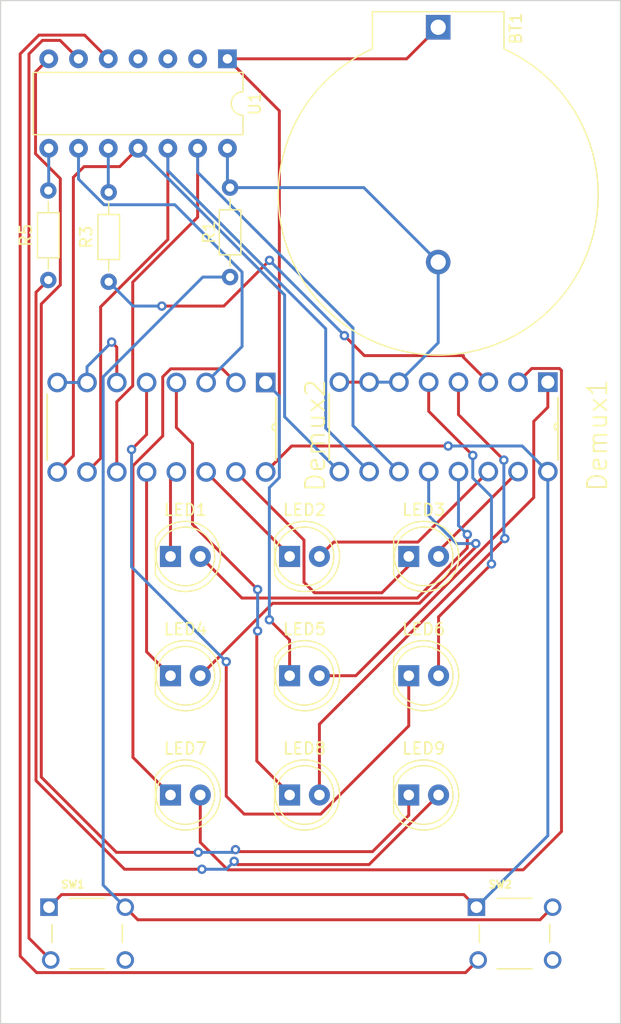
<source format=kicad_pcb>
(kicad_pcb (version 20211014) (generator pcbnew)
  (layers (0 "F.Cu" signal) (31 "B.Cu" signal) (34 "B.Paste" user) (35 "F.Paste" user) (36 "B.SilkS" user "B.Silkscreen") (37 "F.SilkS" user "F.Silkscreen") (38 "B.Mask" user) (39 "F.Mask" user) (44 "Edge.Cuts" user))
  (net 0 "")
  (net 1 "L1_2")
  (net 2 "L1_1")
  (net 3 "L4_2")
  (net 4 "L4_1")
  (net 5 "L7_2")
  (net 6 "L7_1")
  (net 7 "L2_2")
  (net 8 "L2_1")
  (net 9 "L5_2")
  (net 10 "L5_1")
  (net 11 "L8_2")
  (net 12 "L8_1")
  (net 13 "L3_2")
  (net 14 "L3_1")
  (net 15 "L6_2")
  (net 16 "L6_1")
  (net 17 "L9_2")
  (net 18 "Net-(LED9-Pad2)")
  (net 19 "Net-(Demux1-Pad3)")
  (net 20 "Net-(Demux1-Pad6)")
  (net 21 "Net-(Demux1-Pad9)")
  (net 22 "Net-(Demux1-Pad10)")
  (net 23 "Net-(Demux1-Pad11)")
  (net 24 "Net-(Demux1-Pad16)")
  (net 25 "MuxIn1")
  (net 26 "MuxIn2")
  (net 27 "L9_1")
  (net 28 "Btn_1")
  (net 30 "Btn_2")
  (net 35 "Net-(R1-Pad1)")
  (footprint "LED_THT:LED_D5.0mm" (layer "F.Cu") (at 96.67 105.165914)
    (fp_text reference "LED4" (at 1.27 -3.96) (layer "F.SilkS"))
    (fp_text value "LED 4")
    (fp_line (start -1.29 -1.545) (end -1.29 1.545) (layer "F.SilkS") (width 0.12))
    (fp_arc (start 4.26 -0.000462) (mid 2.072002 2.880433) (end -1.29 1.54483) (layer "F.SilkS") (width 0.12))
    (fp_arc (start -1.29 -1.54483) (mid 2.072002 -2.880433) (end 4.26 0.000462) (layer "F.SilkS") (width 0.12))
    (fp_circle (center 1.27 0) (end 3.77 0) (layer "F.SilkS") (width 0.12) (fill none))
    (pad "1" thru_hole rect (at 0 0) (size 1.8 1.8) (drill 0.9) (layers *.Cu *.Mask) (net 3 "L4_2"))
    (pad "2" thru_hole circle (at 2.54 0) (size 1.8 1.8) (drill 0.9) (layers *.Cu *.Mask) (net 4 "L4_1"))
  )
  (footprint "LED_THT:LED_D5.0mm" (layer "F.Cu") (at 96.67 95.005914)
    (fp_text reference "LED1" (at 1.27 -3.96) (layer "F.SilkS"))
    (fp_text value "LED 1")
    (fp_line (start -1.29 -1.545) (end -1.29 1.545) (layer "F.SilkS") (width 0.12))
    (fp_arc (start -1.29 -1.54483) (mid 2.072002 -2.880433) (end 4.26 0.000462) (layer "F.SilkS") (width 0.12))
    (fp_arc (start 4.26 -0.000462) (mid 2.072002 2.880433) (end -1.29 1.54483) (layer "F.SilkS") (width 0.12))
    (fp_circle (center 1.27 0) (end 3.77 0) (layer "F.SilkS") (width 0.12) (fill none))
    (pad "1" thru_hole rect (at 0 0) (size 1.8 1.8) (drill 0.9) (layers *.Cu *.Mask) (net 1 "L1_2"))
    (pad "2" thru_hole circle (at 2.54 0) (size 1.8 1.8) (drill 0.9) (layers *.Cu *.Mask) (net 2 "L1_1"))
  )
  (footprint "LED_THT:LED_D5.0mm" (layer "F.Cu") (at 106.83 115.325914)
    (fp_text reference "LED8" (at 1.27 -3.96) (layer "F.SilkS"))
    (fp_text value "LED 8")
    (fp_line (start -1.29 -1.545) (end -1.29 1.545) (layer "F.SilkS") (width 0.12))
    (fp_arc (start 4.26 -0.000462) (mid 2.072002 2.880433) (end -1.29 1.54483) (layer "F.SilkS") (width 0.12))
    (fp_arc (start -1.29 -1.54483) (mid 2.072002 -2.880433) (end 4.26 0.000462) (layer "F.SilkS") (width 0.12))
    (fp_circle (center 1.27 0) (end 3.77 0) (layer "F.SilkS") (width 0.12) (fill none))
    (pad "1" thru_hole rect (at 0 0) (size 1.8 1.8) (drill 0.9) (layers *.Cu *.Mask) (net 11 "L8_2"))
    (pad "2" thru_hole circle (at 2.54 0) (size 1.8 1.8) (drill 0.9) (layers *.Cu *.Mask) (net 12 "L8_1"))
  )
  (footprint "LED_THT:LED_D5.0mm" (layer "F.Cu") (at 96.67 115.325914)
    (fp_text reference "LED7" (at 1.27 -3.96) (layer "F.SilkS"))
    (fp_text value "LED 7")
    (fp_line (start -1.29 -1.545) (end -1.29 1.545) (layer "F.SilkS") (width 0.12))
    (fp_arc (start 4.26 -0.000462) (mid 2.072002 2.880433) (end -1.29 1.54483) (layer "F.SilkS") (width 0.12))
    (fp_arc (start -1.29 -1.54483) (mid 2.072002 -2.880433) (end 4.26 0.000462) (layer "F.SilkS") (width 0.12))
    (fp_circle (center 1.27 0) (end 3.77 0) (layer "F.SilkS") (width 0.12) (fill none))
    (pad "1" thru_hole rect (at 0 0) (size 1.8 1.8) (drill 0.9) (layers *.Cu *.Mask) (net 5 "L7_2"))
    (pad "2" thru_hole circle (at 2.54 0) (size 1.8 1.8) (drill 0.9) (layers *.Cu *.Mask) (net 6 "L7_1"))
  )
  (footprint "74HC4051N:DIP254P762X420-16" (layer "F.Cu") (at 87.01 87.81 -90)
    (fp_text reference "Demux2" (at -3.101425 -22.015085 90) (layer "F.SilkS") (effects (font (size 1.641394 1.641394))))
    (fp_text value "74HC4051N")
    (fp_line (start -4.1148 -18.6436) (end -6.2992 -18.6436) (layer "F.SilkS") (width 0.1524))
    (fp_line (start -3.5052 -18.6436) (end -4.1148 -18.6436) (layer "F.SilkS") (width 0.1524))
    (fp_line (start -6.6294 0.8636) (end -0.9906 0.8636) (layer "F.SilkS") (width 0.1524))
    (fp_line (start -0.9906 -18.6436) (end -3.5052 -18.6436) (layer "F.SilkS") (width 0.1524))
    (fp_arc (start -3.5052 -18.6436) (mid -3.81 -18.3388) (end -4.1148 -18.6436) (layer "F.SilkS") (width 0.1524))
    (pad "1" thru_hole rect locked (at -7.62 -17.78 270) (size 1.6764 1.6764) (drill 1.1176) (layers *.Cu *.Mask) (net 9 "L5_2"))
    (pad "2" thru_hole circle locked (at -7.62 -15.24 270) (size 1.6764 1.6764) (drill 1.1176) (layers *.Cu *.Mask) (net 5 "L7_2"))
    (pad "3" thru_hole circle locked (at -7.62 -12.7 270) (size 1.6764 1.6764) (drill 1.1176) (layers *.Cu *.Mask) (net 26 "MuxIn2"))
    (pad "4" thru_hole circle locked (at -7.62 -10.16 270) (size 1.6764 1.6764) (drill 1.1176) (layers *.Cu *.Mask) (net 11 "L8_2"))
    (pad "5" thru_hole circle locked (at -7.62 -7.62 270) (size 1.6764 1.6764) (drill 1.1176) (layers *.Cu *.Mask) (net 15 "L6_2"))
    (pad "6" thru_hole circle locked (at -7.62 -5.08 270) (size 1.6764 1.6764) (drill 1.1176) (layers *.Cu *.Mask) (net 20 "Net-(Demux1-Pad6)"))
    (pad "7" thru_hole circle locked (at -7.62 -2.54 270) (size 1.6764 1.6764) (drill 1.1176) (layers *.Cu *.Mask) (net 20 "Net-(Demux1-Pad6)"))
    (pad "8" thru_hole circle locked (at -7.62 0 270) (size 1.6764 1.6764) (drill 1.1176) (layers *.Cu *.Mask) (net 20 "Net-(Demux1-Pad6)"))
    (pad "9" thru_hole circle locked (at 0 0 270) (size 1.6764 1.6764) (drill 1.1176) (layers *.Cu *.Mask) (net 21 "Net-(Demux1-Pad9)"))
    (pad "10" thru_hole circle locked (at 0 -2.54 270) (size 1.6764 1.6764) (drill 1.1176) (layers *.Cu *.Mask) (net 22 "Net-(Demux1-Pad10)"))
    (pad "11" thru_hole circle locked (at 0 -5.08 270) (size 1.6764 1.6764) (drill 1.1176) (layers *.Cu *.Mask) (net 23 "Net-(Demux1-Pad11)"))
    (pad "12" thru_hole circle locked (at 0 -7.62 270) (size 1.6764 1.6764) (drill 1.1176) (layers *.Cu *.Mask) (net 3 "L4_2"))
    (pad "13" thru_hole circle locked (at 0 -10.16 270) (size 1.6764 1.6764) (drill 1.1176) (layers *.Cu *.Mask) (net 1 "L1_2"))
    (pad "14" thru_hole circle locked (at 0 -12.7 270) (size 1.6764 1.6764) (drill 1.1176) (layers *.Cu *.Mask) (net 7 "L2_2"))
    (pad "15" thru_hole circle locked (at 0 -15.24 270) (size 1.6764 1.6764) (drill 1.1176) (layers *.Cu *.Mask) (net 13 "L3_2"))
    (pad "16" thru_hole circle locked (at 0 -17.78 270) (size 1.6764 1.6764) (drill 1.1176) (layers *.Cu *.Mask) (net 24 "Net-(Demux1-Pad16)"))
  )
  (footprint "Package_DIP:DIP-14_W7.62mm" (layer "F.Cu") (at 101.525 52.62 -90)
    (fp_text reference "U1" (at 3.81 -2.33 90) (layer "F.SilkS"))
    (fp_text value "ATtiny84A-P")
    (fp_line (start 6.46 -1.33) (end 4.81 -1.33) (layer "F.SilkS") (width 0.12))
    (fp_line (start 1.16 16.57) (end 6.46 16.57) (layer "F.SilkS") (width 0.12))
    (fp_line (start 2.81 -1.33) (end 1.16 -1.33) (layer "F.SilkS") (width 0.12))
    (fp_line (start 1.16 -1.33) (end 1.16 16.57) (layer "F.SilkS") (width 0.12))
    (fp_line (start 6.46 16.57) (end 6.46 -1.33) (layer "F.SilkS") (width 0.12))
    (fp_arc (start 4.81 -1.33) (mid 3.81 -0.33) (end 2.81 -1.33) (layer "F.SilkS") (width 0.12))
    (pad "1" thru_hole rect (at 0 0 270) (size 1.6 1.6) (drill 0.8) (layers *.Cu *.Mask) (net 24 "Net-(Demux1-Pad16)"))
    (pad "2" thru_hole oval (at 0 2.54 270) (size 1.6 1.6) (drill 0.8) (layers *.Cu *.Mask))
    (pad "3" thru_hole oval (at 0 5.08 270) (size 1.6 1.6) (drill 0.8) (layers *.Cu *.Mask))
    (pad "4" thru_hole oval (at 0 7.62 270) (size 1.6 1.6) (drill 0.8) (layers *.Cu *.Mask))
    (pad "5" thru_hole oval (at 0 10.16 270) (size 1.6 1.6) (drill 0.8) (layers *.Cu *.Mask) (net 30 "Btn_2"))
    (pad "6" thru_hole oval (at 0 12.7 270) (size 1.6 1.6) (drill 0.8) (layers *.Cu *.Mask) (net 28 "Btn_1"))
    (pad "7" thru_hole oval (at 0 15.24 270) (size 1.6 1.6) (drill 0.8) (layers *.Cu *.Mask) (net 17 "L9_2"))
    (pad "8" thru_hole oval (at 7.62 15.24 270) (size 1.6 1.6) (drill 0.8) (layers *.Cu *.Mask) (net 27 "L9_1"))
    (pad "9" thru_hole oval (at 7.62 12.7 270) (size 1.6 1.6) (drill 0.8) (layers *.Cu *.Mask) (net 26 "MuxIn2"))
    (pad "10" thru_hole oval (at 7.62 10.16 270) (size 1.6 1.6) (drill 0.8) (layers *.Cu *.Mask) (net 25 "MuxIn1"))
    (pad "11" thru_hole oval (at 7.62 7.62 270) (size 1.6 1.6) (drill 0.8) (layers *.Cu *.Mask) (net 21 "Net-(Demux1-Pad9)"))
    (pad "12" thru_hole oval (at 7.62 5.08 270) (size 1.6 1.6) (drill 0.8) (layers *.Cu *.Mask) (net 22 "Net-(Demux1-Pad10)"))
    (pad "13" thru_hole oval (at 7.62 2.54 270) (size 1.6 1.6) (drill 0.8) (layers *.Cu *.Mask) (net 23 "Net-(Demux1-Pad11)"))
    (pad "14" thru_hole oval (at 7.62 0 270) (size 1.6 1.6) (drill 0.8) (layers *.Cu *.Mask) (net 20 "Net-(Demux1-Pad6)"))
  )
  (footprint "LED_THT:LED_D5.0mm" (layer "F.Cu") (at 116.99 105.165914)
    (fp_text reference "LED6" (at 1.27 -3.96) (layer "F.SilkS"))
    (fp_text value "LED 6")
    (fp_line (start -1.29 -1.545) (end -1.29 1.545) (layer "F.SilkS") (width 0.12))
    (fp_arc (start 4.26 -0.000462) (mid 2.072002 2.880433) (end -1.29 1.54483) (layer "F.SilkS") (width 0.12))
    (fp_arc (start -1.29 -1.54483) (mid 2.072002 -2.880433) (end 4.26 0.000462) (layer "F.SilkS") (width 0.12))
    (fp_circle (center 1.27 0) (end 3.77 0) (layer "F.SilkS") (width 0.12) (fill none))
    (pad "1" thru_hole rect (at 0 0) (size 1.8 1.8) (drill 0.9) (layers *.Cu *.Mask) (net 15 "L6_2"))
    (pad "2" thru_hole circle (at 2.54 0) (size 1.8 1.8) (drill 0.9) (layers *.Cu *.Mask) (net 16 "L6_1"))
  )
  (footprint "Resistor_THT:R_Axial_DIN0204_L3.6mm_D1.6mm_P7.62mm_Horizontal" (layer "F.Cu") (at 101.75 71.21 90)
    (fp_text reference "R1" (at 3.81 -1.8 90) (layer "F.SilkS"))
    (fp_text value "10k")
    (fp_line (start 0.94 0) (end 1.89 0) (layer "F.SilkS") (width 0.12))
    (fp_line (start 1.89 0.92) (end 5.73 0.92) (layer "F.SilkS") (width 0.12))
    (fp_line (start 1.89 -0.92) (end 1.89 0.92) (layer "F.SilkS") (width 0.12))
    (fp_line (start 5.73 -0.92) (end 1.89 -0.92) (layer "F.SilkS") (width 0.12))
    (fp_line (start 5.73 0.92) (end 5.73 -0.92) (layer "F.SilkS") (width 0.12))
    (fp_line (start 6.68 0) (end 5.73 0) (layer "F.SilkS") (width 0.12))
    (pad "1" thru_hole circle (at 0 0 90) (size 1.4 1.4) (drill 0.7) (layers *.Cu *.Mask) (net 35 "Net-(R1-Pad1)"))
    (pad "2" thru_hole oval (at 7.62 0 90) (size 1.4 1.4) (drill 0.7) (layers *.Cu *.Mask) (net 20 "Net-(Demux1-Pad6)"))
  )
  (footprint "LED_THT:LED_D5.0mm" (layer "F.Cu") (at 116.99 115.325914)
    (fp_text reference "LED9" (at 1.27 -3.96) (layer "F.SilkS"))
    (fp_text value "LED 9")
    (fp_line (start -1.29 -1.545) (end -1.29 1.545) (layer "F.SilkS") (width 0.12))
    (fp_arc (start 4.26 -0.000462) (mid 2.072002 2.880433) (end -1.29 1.54483) (layer "F.SilkS") (width 0.12))
    (fp_arc (start -1.29 -1.54483) (mid 2.072002 -2.880433) (end 4.26 0.000462) (layer "F.SilkS") (width 0.12))
    (fp_circle (center 1.27 0) (end 3.77 0) (layer "F.SilkS") (width 0.12) (fill none))
    (pad "1" thru_hole rect (at 0 0) (size 1.8 1.8) (drill 0.9) (layers *.Cu *.Mask) (net 17 "L9_2"))
    (pad "2" thru_hole circle (at 2.54 0) (size 1.8 1.8) (drill 0.9) (layers *.Cu *.Mask) (net 18 "Net-(LED9-Pad2)"))
  )
  (footprint "Battery:BatteryHolder_ComfortableElectronic_CH273-2450_1x2450" (layer "F.Cu") (at 119.5 49.930914 -90)
    (fp_text reference "BT1" (at 0.1 -6.62 90) (layer "F.SilkS"))
    (fp_text value "Battery_Cell")
    (fp_line (start 1.845 5.61) (end -1.33 5.61) (layer "F.SilkS") (width 0.12))
    (fp_line (start -1.33 -5.61) (end 1.845 -5.61) (layer "F.SilkS") (width 0.12))
    (fp_line (start -1.33 5.61) (end -1.33 -5.61) (layer "F.SilkS") (width 0.12))
    (fp_arc (start 1.845 -5.61) (mid 27.921896 0) (end 1.845 5.61) (layer "F.SilkS") (width 0.12))
    (pad "1" thru_hole rect (at 0 0 180) (size 2.1 2.1) (drill 1.3) (layers *.Cu *.Mask) (net 24 "Net-(Demux1-Pad16)"))
    (pad "2" thru_hole circle (at 20 0 180) (size 2.1 2.1) (drill 1.3) (layers *.Cu *.Mask) (net 20 "Net-(Demux1-Pad6)"))
  )
  (footprint "LED_THT:LED_D5.0mm" (layer "F.Cu") (at 106.83 95.005914)
    (fp_text reference "LED2" (at 1.27 -3.96) (layer "F.SilkS"))
    (fp_text value "LED 2")
    (fp_line (start -1.29 -1.545) (end -1.29 1.545) (layer "F.SilkS") (width 0.12))
    (fp_arc (start 4.26 -0.000462) (mid 2.072002 2.880433) (end -1.29 1.54483) (layer "F.SilkS") (width 0.12))
    (fp_arc (start -1.29 -1.54483) (mid 2.072002 -2.880433) (end 4.26 0.000462) (layer "F.SilkS") (width 0.12))
    (fp_circle (center 1.27 0) (end 3.77 0) (layer "F.SilkS") (width 0.12) (fill none))
    (pad "1" thru_hole rect (at 0 0) (size 1.8 1.8) (drill 0.9) (layers *.Cu *.Mask) (net 7 "L2_2"))
    (pad "2" thru_hole circle (at 2.54 0) (size 1.8 1.8) (drill 0.9) (layers *.Cu *.Mask) (net 8 "L2_1"))
  )
  (footprint "Arduino push button:TE_3-1825910-1" (layer "F.Cu") (at 89.56 127.130914)
    (fp_text reference "SW1" (at -1.219648 -4.182039) (layer "F.SilkS") (effects (font (size 0.640864 0.640864))))
    (fp_text value "3-1825910-1")
    (fp_line (start -1.5 -3) (end 1.5 -3) (layer "F.SilkS") (width 0.127))
    (fp_line (start -3 0.75) (end -3 -0.75) (layer "F.SilkS") (width 0.127))
    (fp_line (start 3 -0.75) (end 3 0.75) (layer "F.SilkS") (width 0.127))
    (fp_line (start -1.5 3) (end 1.5 3) (layer "F.SilkS") (width 0.127))
    (pad "1" thru_hole rect locked (at -3.25 -2.25) (size 1.498 1.498) (drill 0.99) (layers *.Cu *.Mask) (net 24 "Net-(Demux1-Pad16)"))
    (pad "2" thru_hole circle locked (at 3.25 -2.25) (size 1.498 1.498) (drill 0.99) (layers *.Cu *.Mask) (net 35 "Net-(R1-Pad1)"))
    (pad "3" thru_hole circle locked (at -3.1 2.25) (size 1.498 1.498) (drill 0.99) (layers *.Cu *.Mask) (net 28 "Btn_1"))
    (pad "4" thru_hole circle locked (at 3.25 2.25) (size 1.498 1.498) (drill 0.99) (layers *.Cu *.Mask))
  )
  (footprint "Resistor_THT:R_Axial_DIN0204_L3.6mm_D1.6mm_P7.62mm_Horizontal" (layer "F.Cu") (at 91.4 71.61 90)
    (fp_text reference "R3" (at 3.81 -1.92 90) (layer "F.SilkS"))
    (fp_text value "220")
    (fp_line (start 5.73 -0.92) (end 1.89 -0.92) (layer "F.SilkS") (width 0.12))
    (fp_line (start 0.94 0) (end 1.89 0) (layer "F.SilkS") (width 0.12))
    (fp_line (start 1.89 0.92) (end 5.73 0.92) (layer "F.SilkS") (width 0.12))
    (fp_line (start 6.68 0) (end 5.73 0) (layer "F.SilkS") (width 0.12))
    (fp_line (start 1.89 -0.92) (end 1.89 0.92) (layer "F.SilkS") (width 0.12))
    (fp_line (start 5.73 0.92) (end 5.73 -0.92) (layer "F.SilkS") (width 0.12))
    (pad "1" thru_hole circle (at 0 0 90) (size 1.4 1.4) (drill 0.7) (layers *.Cu *.Mask) (net 19 "Net-(Demux1-Pad3)"))
    (pad "2" thru_hole oval (at 7.62 0 90) (size 1.4 1.4) (drill 0.7) (layers *.Cu *.Mask) (net 25 "MuxIn1"))
  )
  (footprint "74HC4051N:DIP254P762X420-16" (layer "F.Cu") (at 111.07 87.78 -90)
    (fp_text reference "Demux1" (at -3.101425 -22.015085 90) (layer "F.SilkS") (effects (font (size 1.641394 1.641394))))
    (fp_text value "74HC4051N")
    (fp_line (start -0.9906 -18.6436) (end -3.5052 -18.6436) (layer "F.SilkS") (width 0.1524))
    (fp_line (start -6.6294 0.8636) (end -0.9906 0.8636) (layer "F.SilkS") (width 0.1524))
    (fp_line (start -3.5052 -18.6436) (end -4.1148 -18.6436) (layer "F.SilkS") (width 0.1524))
    (fp_line (start -4.1148 -18.6436) (end -6.2992 -18.6436) (layer "F.SilkS") (width 0.1524))
    (fp_arc (start -3.5052 -18.6436) (mid -3.81 -18.3388) (end -4.1148 -18.6436) (layer "F.SilkS") (width 0.1524))
    (pad "1" thru_hole rect locked (at -7.62 -17.78 270) (size 1.6764 1.6764) (drill 1.1176) (layers *.Cu *.Mask) (net 10 "L5_1"))
    (pad "2" thru_hole circle locked (at -7.62 -15.24 270) (size 1.6764 1.6764) (drill 1.1176) (layers *.Cu *.Mask) (net 6 "L7_1"))
    (pad "3" thru_hole circle locked (at -7.62 -12.7 270) (size 1.6764 1.6764) (drill 1.1176) (layers *.Cu *.Mask) (net 19 "Net-(Demux1-Pad3)"))
    (pad "4" thru_hole circle locked (at -7.62 -10.16 270) (size 1.6764 1.6764) (drill 1.1176) (layers *.Cu *.Mask) (net 12 "L8_1"))
    (pad "5" thru_hole circle locked (at -7.62 -7.62 270) (size 1.6764 1.6764) (drill 1.1176) (layers *.Cu *.Mask) (net 16 "L6_1"))
    (pad "6" thru_hole circle locked (at -7.62 -5.08 270) (size 1.6764 1.6764) (drill 1.1176) (layers *.Cu *.Mask) (net 20 "Net-(Demux1-Pad6)"))
    (pad "7" thru_hole circle locked (at -7.62 -2.54 270) (size 1.6764 1.6764) (drill 1.1176) (layers *.Cu *.Mask) (net 20 "Net-(Demux1-Pad6)"))
    (pad "8" thru_hole circle locked (at -7.62 0 270) (size 1.6764 1.6764) (drill 1.1176) (layers *.Cu *.Mask) (net 20 "Net-(Demux1-Pad6)"))
    (pad "9" thru_hole circle locked (at 0 0 270) (size 1.6764 1.6764) (drill 1.1176) (layers *.Cu *.Mask) (net 21 "Net-(Demux1-Pad9)"))
    (pad "10" thru_hole circle locked (at 0 -2.54 270) (size 1.6764 1.6764) (drill 1.1176) (layers *.Cu *.Mask) (net 22 "Net-(Demux1-Pad10)"))
    (pad "11" thru_hole circle locked (at 0 -5.08 270) (size 1.6764 1.6764) (drill 1.1176) (layers *.Cu *.Mask) (net 23 "Net-(Demux1-Pad11)"))
    (pad "12" thru_hole circle locked (at 0 -7.62 270) (size 1.6764 1.6764) (drill 1.1176) (layers *.Cu *.Mask) (net 4 "L4_1"))
    (pad "13" thru_hole circle locked (at 0 -10.16 270) (size 1.6764 1.6764) (drill 1.1176) (layers *.Cu *.Mask) (net 2 "L1_1"))
    (pad "14" thru_hole circle locked (at 0 -12.7 270) (size 1.6764 1.6764) (drill 1.1176) (layers *.Cu *.Mask) (net 8 "L2_1"))
    (pad "15" thru_hole circle locked (at 0 -15.24 270) (size 1.6764 1.6764) (drill 1.1176) (layers *.Cu *.Mask) (net 14 "L3_1"))
    (pad "16" thru_hole circle locked (at 0 -17.78 270) (size 1.6764 1.6764) (drill 1.1176) (layers *.Cu *.Mask) (net 24 "Net-(Demux1-Pad16)"))
  )
  (footprint "LED_THT:LED_D5.0mm" (layer "F.Cu") (at 106.83 105.165914)
    (fp_text reference "LED5" (at 1.27 -3.96) (layer "F.SilkS"))
    (fp_text value "LED 5")
    (fp_line (start -1.29 -1.545) (end -1.29 1.545) (layer "F.SilkS") (width 0.12))
    (fp_arc (start 4.26 -0.000462) (mid 2.072002 2.880433) (end -1.29 1.54483) (layer "F.SilkS") (width 0.12))
    (fp_arc (start -1.29 -1.54483) (mid 2.072002 -2.880433) (end 4.26 0.000462) (layer "F.SilkS") (width 0.12))
    (fp_circle (center 1.27 0) (end 3.77 0) (layer "F.SilkS") (width 0.12) (fill none))
    (pad "1" thru_hole rect (at 0 0) (size 1.8 1.8) (drill 0.9) (layers *.Cu *.Mask) (net 9 "L5_2"))
    (pad "2" thru_hole circle (at 2.54 0) (size 1.8 1.8) (drill 0.9) (layers *.Cu *.Mask) (net 10 "L5_1"))
  )
  (footprint "LED_THT:LED_D5.0mm" (layer "F.Cu") (at 116.99 95.005914)
    (fp_text reference "LED3" (at 1.27 -3.96) (layer "F.SilkS"))
    (fp_text value "LED 3")
    (fp_line (start -1.29 -1.545) (end -1.29 1.545) (layer "F.SilkS") (width 0.12))
    (fp_arc (start -1.29 -1.54483) (mid 2.072002 -2.880433) (end 4.26 0.000462) (layer "F.SilkS") (width 0.12))
    (fp_arc (start 4.26 -0.000462) (mid 2.072002 2.880433) (end -1.29 1.54483) (layer "F.SilkS") (width 0.12))
    (fp_circle (center 1.27 0) (end 3.77 0) (layer "F.SilkS") (width 0.12) (fill none))
    (pad "1" thru_hole rect (at 0 0) (size 1.8 1.8) (drill 0.9) (layers *.Cu *.Mask) (net 13 "L3_2"))
    (pad "2" thru_hole circle (at 2.54 0) (size 1.8 1.8) (drill 0.9) (layers *.Cu *.Mask) (net 14 "L3_1"))
  )
  (footprint "Resistor_THT:R_Axial_DIN0204_L3.6mm_D1.6mm_P7.62mm_Horizontal" (layer "F.Cu") (at 86.25 71.46 90)
    (fp_text reference "R5" (at 3.81 -1.92 90) (layer "F.SilkS"))
    (fp_text value "220")
    (fp_line (start 1.89 -0.92) (end 1.89 0.92) (layer "F.SilkS") (width 0.12))
    (fp_line (start 0.94 0) (end 1.89 0) (layer "F.SilkS") (width 0.12))
    (fp_line (start 1.89 0.92) (end 5.73 0.92) (layer "F.SilkS") (width 0.12))
    (fp_line (start 5.73 0.92) (end 5.73 -0.92) (layer "F.SilkS") (width 0.12))
    (fp_line (start 6.68 0) (end 5.73 0) (layer "F.SilkS") (width 0.12))
    (fp_line (start 5.73 -0.92) (end 1.89 -0.92) (layer "F.SilkS") (width 0.12))
    (pad "1" thru_hole circle (at 0 0 90) (size 1.4 1.4) (drill 0.7) (layers *.Cu *.Mask) (net 18 "Net-(LED9-Pad2)"))
    (pad "2" thru_hole oval (at 7.62 0 90) (size 1.4 1.4) (drill 0.7) (layers *.Cu *.Mask) (net 27 "L9_1"))
  )
  (footprint "Arduino push button:TE_3-1825910-1" (layer "F.Cu") (at 126.01 127.130914)
    (fp_text reference "SW2" (at -1.219648 -4.182039) (layer "F.SilkS") (effects (font (size 0.640864 0.640864))))
    (fp_text value "3-1825910-1")
    (fp_line (start -1.5 3) (end 1.5 3) (layer "F.SilkS") (width 0.127))
    (fp_line (start -1.5 -3) (end 1.5 -3) (layer "F.SilkS") (width 0.127))
    (fp_line (start 3 -0.75) (end 3 0.75) (layer "F.SilkS") (width 0.127))
    (fp_line (start -3 0.75) (end -3 -0.75) (layer "F.SilkS") (width 0.127))
    (pad "1" thru_hole rect locked (at -3.25 -2.25) (size 1.498 1.498) (drill 0.99) (layers *.Cu *.Mask) (net 24 "Net-(Demux1-Pad16)"))
    (pad "2" thru_hole circle locked (at 3.25 -2.25) (size 1.498 1.498) (drill 0.99) (layers *.Cu *.Mask) (net 35 "Net-(R1-Pad1)"))
    (pad "3" thru_hole circle locked (at -3.1 2.25) (size 1.498 1.498) (drill 0.99) (layers *.Cu *.Mask) (net 30 "Btn_2"))
    (pad "4" thru_hole circle locked (at 3.25 2.25) (size 1.498 1.498) (drill 0.99) (layers *.Cu *.Mask))
  )
  (gr_poly (pts (xy 82.18 134.8) (xy 82.18 47.66) (xy 135.05 47.66) (xy 135.05 134.8)) (layer "Edge.Cuts") (width 0.1) (fill none))
  (segment (start 96.67 88.31) (end 97.17 87.81) (width 0.25) (layer "F.Cu") (net 1))
  (segment (start 96.67 95.005914) (end 96.67 88.31) (width 0.25) (layer "F.Cu") (net 1))
  (segment (start 121.982299 94.285336) (end 117.718115 98.54952) (width 0.25) (layer "F.Cu") (net 2))
  (segment (start 102.753606 98.54952) (end 99.21 95.005914) (width 0.25) (layer "F.Cu") (net 2))
  (segment (start 121.982299 93.132299) (end 121.982299 94.285336) (width 0.25) (layer "F.Cu") (net 2))
  (segment (start 117.718115 98.54952) (end 102.753606 98.54952) (width 0.25) (layer "F.Cu") (net 2))
  (via (at 121.982299 93.132299) (size 0.8) (drill 0.4) (layers "F.Cu" "B.Cu") (net 2))
  (segment (start 121.23 92.38) (end 121.23 87.78) (width 0.25) (layer "B.Cu") (net 2))
  (segment (start 121.982299 93.132299) (end 121.23 92.38) (width 0.25) (layer "B.Cu") (net 2))
  (segment (start 94.63 103.125914) (end 96.67 105.165914) (width 0.25) (layer "F.Cu") (net 3))
  (segment (start 94.63 87.81) (end 94.63 103.125914) (width 0.25) (layer "F.Cu") (net 3))
  (segment (start 105.376874 98.99904) (end 99.21 105.165914) (width 0.25) (layer "F.Cu") (net 4))
  (segment (start 117.904313 98.99904) (end 105.376874 98.99904) (width 0.25) (layer "F.Cu") (net 4))
  (segment (start 122.706799 94.196554) (end 117.904313 98.99904) (width 0.25) (layer "F.Cu") (net 4))
  (segment (start 122.706799 93.908009) (end 122.706799 94.196554) (width 0.25) (layer "F.Cu") (net 4))
  (via (at 122.706799 93.908009) (size 0.8) (drill 0.4) (layers "F.Cu" "B.Cu") (net 4))
  (segment (start 121.062292 93.908009) (end 118.69 91.535717) (width 0.25) (layer "B.Cu") (net 4))
  (segment (start 118.69 91.535717) (end 118.69 87.78) (width 0.25) (layer "B.Cu") (net 4))
  (segment (start 122.706799 93.908009) (end 121.062292 93.908009) (width 0.25) (layer "B.Cu") (net 4))
  (segment (start 96.007289 79.708388) (end 96.688388 79.027289) (width 0.25) (layer "F.Cu") (net 5))
  (segment (start 96.67 115.325914) (end 93.467289 112.123203) (width 0.25) (layer "F.Cu") (net 5))
  (segment (start 96.688388 79.027289) (end 101.087289 79.027289) (width 0.25) (layer "F.Cu") (net 5))
  (segment (start 93.467289 112.123203) (end 93.467289 87.282711) (width 0.25) (layer "F.Cu") (net 5))
  (segment (start 96.007289 84.742711) (end 96.007289 79.708388) (width 0.25) (layer "F.Cu") (net 5))
  (segment (start 101.087289 79.027289) (end 102.25 80.19) (width 0.25) (layer "F.Cu") (net 5))
  (segment (start 93.467289 87.282711) (end 96.007289 84.742711) (width 0.25) (layer "F.Cu") (net 5))
  (segment (start 129.847289 78.997289) (end 127.472711 78.997289) (width 0.25) (layer "F.Cu") (net 6))
  (segment (start 127.472711 78.997289) (end 126.31 80.16) (width 0.25) (layer "F.Cu") (net 6))
  (segment (start 99.21 115.325914) (end 99.21 119.36) (width 0.25) (layer "F.Cu") (net 6))
  (segment (start 130.012711 118.437289) (end 130.012711 79.162711) (width 0.25) (layer "F.Cu") (net 6))
  (segment (start 126.75 121.7) (end 130.012711 118.437289) (width 0.25) (layer "F.Cu") (net 6))
  (segment (start 130.012711 79.162711) (end 129.847289 78.997289) (width 0.25) (layer "F.Cu") (net 6))
  (segment (start 101.55 121.7) (end 126.75 121.7) (width 0.25) (layer "F.Cu") (net 6))
  (segment (start 99.21 119.36) (end 101.55 121.7) (width 0.25) (layer "F.Cu") (net 6))
  (segment (start 99.71 87.81) (end 106.83 94.93) (width 0.25) (layer "F.Cu") (net 7))
  (segment (start 106.83 94.93) (end 106.83 95.005914) (width 0.25) (layer "F.Cu") (net 7))
  (segment (start 110.594511 93.781403) (end 117.768597 93.781403) (width 0.25) (layer "F.Cu") (net 8))
  (segment (start 117.768597 93.781403) (end 123.77 87.78) (width 0.25) (layer "F.Cu") (net 8))
  (segment (start 109.37 95.005914) (end 110.594511 93.781403) (width 0.25) (layer "F.Cu") (net 8))
  (segment (start 106.83 102.13) (end 105.1 100.4) (width 0.25) (layer "F.Cu") (net 9))
  (segment (start 106.83 105.165914) (end 106.83 102.13) (width 0.25) (layer "F.Cu") (net 9))
  (via (at 105.1 100.4) (size 0.8) (drill 0.4) (layers "F.Cu" "B.Cu") (net 9))
  (segment (start 105.952711 81.352711) (end 104.79 80.19) (width 0.25) (layer "B.Cu") (net 9))
  (segment (start 105.1 100.4) (end 105.1 89.144323) (width 0.25) (layer "B.Cu") (net 9))
  (segment (start 105.1 89.144323) (end 105.952711 88.291612) (width 0.25) (layer "B.Cu") (net 9))
  (segment (start 105.952711 88.291612) (end 105.952711 81.352711) (width 0.25) (layer "B.Cu") (net 9))
  (segment (start 127.65 83.5) (end 128.85 82.3) (width 0.25) (layer "F.Cu") (net 10))
  (segment (start 109.37 105.165914) (end 112.473508 105.165914) (width 0.25) (layer "F.Cu") (net 10))
  (segment (start 112.473508 105.165914) (end 127.65 89.989422) (width 0.25) (layer "F.Cu") (net 10))
  (segment (start 127.65 89.989422) (end 127.65 83.5) (width 0.25) (layer "F.Cu") (net 10))
  (segment (start 128.85 82.3) (end 128.85 80.16) (width 0.25) (layer "F.Cu") (net 10))
  (segment (start 106.874086 115.325914) (end 106.9 115.3) (width 0.25) (layer "F.Cu") (net 11))
  (segment (start 97.17 84.02) (end 97.17 80.19) (width 0.25) (layer "F.Cu") (net 11))
  (segment (start 104.030816 112.430816) (end 104.030816 101.419184) (width 0.25) (layer "F.Cu") (net 11))
  (segment (start 98.547289 85.397289) (end 97.17 84.02) (width 0.25) (layer "F.Cu") (net 11))
  (segment (start 104.1 97.82502) (end 98.547289 92.272309) (width 0.25) (layer "F.Cu") (net 11))
  (segment (start 106.83 115.325914) (end 106.874086 115.325914) (width 0.25) (layer "F.Cu") (net 11))
  (segment (start 104.030816 101.419184) (end 104.1 101.35) (width 0.25) (layer "F.Cu") (net 11))
  (segment (start 106.9 115.3) (end 104.030816 112.430816) (width 0.25) (layer "F.Cu") (net 11))
  (segment (start 98.547289 92.272309) (end 98.547289 85.397289) (width 0.25) (layer "F.Cu") (net 11))
  (via (at 104.1 101.35) (size 0.8) (drill 0.4) (layers "F.Cu" "B.Cu") (net 11))
  (via (at 104.1 97.82502) (size 0.8) (drill 0.4) (layers "F.Cu" "B.Cu") (net 11))
  (segment (start 104.1 101.35) (end 104.1 97.82502) (width 0.25) (layer "B.Cu") (net 11))
  (segment (start 109.37 115.325914) (end 109.37 109.29402) (width 0.25) (layer "F.Cu") (net 12))
  (segment (start 109.37 109.29402) (end 125.18201 93.48201) (width 0.25) (layer "F.Cu") (net 12))
  (segment (start 121.23 82.93) (end 121.23 80.16) (width 0.25) (layer "F.Cu") (net 12))
  (segment (start 125.1 86.8) (end 121.23 82.93) (width 0.25) (layer "F.Cu") (net 12))
  (via (at 125.1 86.8) (size 0.8) (drill 0.4) (layers "F.Cu" "B.Cu") (net 12))
  (via (at 125.18201 93.48201) (size 0.8) (drill 0.4) (layers "F.Cu" "B.Cu") (net 12))
  (segment (start 125.18201 93.48201) (end 125.1 93.4) (width 0.25) (layer "B.Cu") (net 12))
  (segment (start 125.1 93.4) (end 125.1 86.8) (width 0.25) (layer "B.Cu") (net 12))
  (segment (start 114.7 98.1) (end 116.99 95.81) (width 0.25) (layer "F.Cu") (net 13))
  (segment (start 108.95 98.1) (end 114.7 98.1) (width 0.25) (layer "F.Cu") (net 13))
  (segment (start 108.054511 97.204511) (end 108.95 98.1) (width 0.25) (layer "F.Cu") (net 13))
  (segment (start 116.99 95.81) (end 116.99 95.005914) (width 0.25) (layer "F.Cu") (net 13))
  (segment (start 108.054511 93.614511) (end 108.054511 97.204511) (width 0.25) (layer "F.Cu") (net 13))
  (segment (start 102.25 87.81) (end 108.054511 93.614511) (width 0.25) (layer "F.Cu") (net 13))
  (segment (start 126.31 87.78) (end 119.53 94.56) (width 0.25) (layer "F.Cu") (net 14))
  (segment (start 119.53 94.56) (end 119.53 95.005914) (width 0.25) (layer "F.Cu") (net 14))
  (segment (start 102.95 116.95) (end 101.425256 115.425256) (width 0.25) (layer "F.Cu") (net 15))
  (segment (start 101.425256 115.425256) (end 101.425256 103.975256) (width 0.25) (layer "F.Cu") (net 15))
  (segment (start 109.477635 116.95) (end 102.95 116.95) (width 0.25) (layer "F.Cu") (net 15))
  (segment (start 116.99 105.165914) (end 116.99 109.437635) (width 0.25) (layer "F.Cu") (net 15))
  (segment (start 116.99 109.437635) (end 109.477635 116.95) (width 0.25) (layer "F.Cu") (net 15))
  (segment (start 94.63 84.62) (end 94.63 80.19) (width 0.25) (layer "F.Cu") (net 15))
  (segment (start 93.35 85.9) (end 94.63 84.62) (width 0.25) (layer "F.Cu") (net 15))
  (via (at 101.425256 103.975256) (size 0.8) (drill 0.4) (layers "F.Cu" "B.Cu") (net 15))
  (via (at 93.35 85.9) (size 0.8) (drill 0.4) (layers "F.Cu" "B.Cu") (net 15))
  (segment (start 93.35 95.9) (end 93.35 85.9) (width 0.25) (layer "B.Cu") (net 15))
  (segment (start 101.425256 103.975256) (end 93.35 95.9) (width 0.25) (layer "B.Cu") (net 15))
  (segment (start 119.53 100.158618) (end 124.044309 95.644309) (width 0.25) (layer "F.Cu") (net 16))
  (segment (start 122.45 86.4) (end 118.69 82.64) (width 0.25) (layer "F.Cu") (net 16))
  (segment (start 119.53 105.165914) (end 119.53 100.158618) (width 0.25) (layer "F.Cu") (net 16))
  (segment (start 118.69 82.64) (end 118.69 80.16) (width 0.25) (layer "F.Cu") (net 16))
  (via (at 124.044309 95.644309) (size 0.8) (drill 0.4) (layers "F.Cu" "B.Cu") (net 16))
  (via (at 122.45 86.4) (size 0.8) (drill 0.4) (layers "F.Cu" "B.Cu") (net 16))
  (segment (start 124.044309 95.644309) (end 124.044309 89.91321) (width 0.25) (layer "B.Cu") (net 16))
  (segment (start 122.45 88.318901) (end 122.45 86.4) (width 0.25) (layer "B.Cu") (net 16))
  (segment (start 124.044309 89.91321) (end 122.45 88.318901) (width 0.25) (layer "B.Cu") (net 16))
  (segment (start 85.65 113.8) (end 85.65 73.508878) (width 0.25) (layer "F.Cu") (net 17))
  (segment (start 85.65 73.508878) (end 87.274511 71.884367) (width 0.25) (layer "F.Cu") (net 17))
  (segment (start 92.062299 120.212299) (end 85.65 113.8) (width 0.25) (layer "F.Cu") (net 17))
  (segment (start 85.160489 60.710489) (end 85.160489 53.744511) (width 0.25) (layer "F.Cu") (net 17))
  (segment (start 116.99 115.325914) (end 116.99 117.06) (width 0.25) (layer "F.Cu") (net 17))
  (segment (start 87.274511 62.824511) (end 85.160489 60.710489) (width 0.25) (layer "F.Cu") (net 17))
  (segment (start 99.037701 120.212299) (end 92.062299 120.212299) (width 0.25) (layer "F.Cu") (net 17))
  (segment (start 87.274511 71.884367) (end 87.274511 62.824511) (width 0.25) (layer "F.Cu") (net 17))
  (segment (start 116.99 117.06) (end 113.9 120.15) (width 0.25) (layer "F.Cu") (net 17))
  (segment (start 102.380972 120.15) (end 102.213426 119.982454) (width 0.25) (layer "F.Cu") (net 17))
  (segment (start 85.160489 53.744511) (end 86.285 52.62) (width 0.25) (layer "F.Cu") (net 17))
  (segment (start 113.9 120.15) (end 102.380972 120.15) (width 0.25) (layer "F.Cu") (net 17))
  (via (at 99.037701 120.212299) (size 0.8) (drill 0.4) (layers "F.Cu" "B.Cu") (net 17))
  (via (at 102.213426 119.982454) (size 0.8) (drill 0.4) (layers "F.Cu" "B.Cu") (net 17))
  (segment (start 101.983581 120.212299) (end 99.037701 120.212299) (width 0.25) (layer "B.Cu") (net 17))
  (segment (start 102.213426 119.982454) (end 101.983581 120.212299) (width 0.25) (layer "B.Cu") (net 17))
  (segment (start 102.37498 121.25048) (end 102.1 120.9755) (width 0.25) (layer "F.Cu") (net 18))
  (segment (start 119.53 115.325914) (end 113.605434 121.25048) (width 0.25) (layer "F.Cu") (net 18))
  (segment (start 113.605434 121.25048) (end 102.37498 121.25048) (width 0.25) (layer "F.Cu") (net 18))
  (segment (start 85.2 72.51) (end 86.25 71.46) (width 0.25) (layer "F.Cu") (net 18))
  (segment (start 85.2 114.1) (end 85.2 72.51) (width 0.25) (layer "F.Cu") (net 18))
  (segment (start 99.35 121.65) (end 92.75 121.65) (width 0.25) (layer "F.Cu") (net 18))
  (segment (start 92.75 121.65) (end 85.2 114.1) (width 0.25) (layer "F.Cu") (net 18))
  (via (at 102.1 120.9755) (size 0.8) (drill 0.4) (layers "F.Cu" "B.Cu") (net 18))
  (via (at 99.35 121.65) (size 0.8) (drill 0.4) (layers "F.Cu" "B.Cu") (net 18))
  (segment (start 102.1 120.9755) (end 101.4255 121.65) (width 0.25) (layer "B.Cu") (net 18))
  (segment (start 101.4255 121.65) (end 99.35 121.65) (width 0.25) (layer "B.Cu") (net 18))
  (segment (start 113.2 77.9) (end 121.65 77.9) (width 0.25) (layer "F.Cu") (net 19))
  (segment (start 101.21946 73.68054) (end 105.112658 69.787342) (width 0.25) (layer "F.Cu") (net 19))
  (segment (start 95.930539 73.68054) (end 101.21946 73.68054) (width 0.25) (layer "F.Cu") (net 19))
  (segment (start 121.65 77.9) (end 121.65 78.04) (width 0.25) (layer "F.Cu") (net 19))
  (segment (start 121.65 78.04) (end 123.77 80.16) (width 0.25) (layer "F.Cu") (net 19))
  (segment (start 111.5 76.2) (end 113.2 77.9) (width 0.25) (layer "F.Cu") (net 19))
  (via (at 95.930539 73.68054) (size 0.8) (drill 0.4) (layers "F.Cu" "B.Cu") (net 19))
  (via (at 111.5 76.2) (size 0.8) (drill 0.4) (layers "F.Cu" "B.Cu") (net 19))
  (via (at 105.112658 69.787342) (size 0.8) (drill 0.4) (layers "F.Cu" "B.Cu") (net 19))
  (segment (start 105.112658 69.787342) (end 111.5 76.174684) (width 0.25) (layer "B.Cu") (net 19))
  (segment (start 93.47054 73.68054) (end 95.930539 73.68054) (width 0.25) (layer "B.Cu") (net 19))
  (segment (start 111.5 76.174684) (end 111.5 76.2) (width 0.25) (layer "B.Cu") (net 19))
  (segment (start 91.4 71.61) (end 93.47054 73.68054) (width 0.25) (layer "B.Cu") (net 19))
  (segment (start 111.07 80.16) (end 113.61 80.16) (width 0.25) (layer "F.Cu") (net 20))
  (segment (start 92.09 77.19) (end 92.09 80.19) (width 0.25) (layer "F.Cu") (net 20))
  (segment (start 91.65 76.75) (end 92.09 77.19) (width 0.25) (layer "F.Cu") (net 20))
  (via (at 91.65 76.75) (size 0.8) (drill 0.4) (layers "F.Cu" "B.Cu") (net 20))
  (segment (start 101.75 63.59) (end 113.159086 63.59) (width 0.25) (layer "B.Cu") (net 20))
  (segment (start 113.159086 63.59) (end 119.5 69.930914) (width 0.25) (layer "B.Cu") (net 20))
  (segment (start 119.5 76.81) (end 116.15 80.16) (width 0.25) (layer "B.Cu") (net 20))
  (segment (start 87.01 80.19) (end 89.55 80.19) (width 0.25) (layer "B.Cu") (net 20))
  (segment (start 119.5 69.930914) (end 119.5 76.81) (width 0.25) (layer "B.Cu") (net 20))
  (segment (start 113.61 80.16) (end 116.15 80.16) (width 0.25) (layer "B.Cu") (net 20))
  (segment (start 89.55 78.85) (end 91.65 76.75) (width 0.25) (layer "B.Cu") (net 20))
  (segment (start 89.55 80.19) (end 89.55 78.85) (width 0.25) (layer "B.Cu") (net 20))
  (segment (start 101.525 60.24) (end 101.525 63.365) (width 0.25) (layer "B.Cu") (net 20))
  (segment (start 101.525 63.365) (end 101.75 63.59) (width 0.25) (layer "B.Cu") (net 20))
  (segment (start 88.387289 86.432711) (end 88.387289 62.712711) (width 0.25) (layer "F.Cu") (net 21))
  (segment (start 89.3 61.8) (end 92.345 61.8) (width 0.25) (layer "F.Cu") (net 21))
  (segment (start 87.01 87.81) (end 88.387289 86.432711) (width 0.25) (layer "F.Cu") (net 21))
  (segment (start 88.387289 62.712711) (end 89.3 61.8) (width 0.25) (layer "F.Cu") (net 21))
  (segment (start 92.345 61.8) (end 93.905 60.24) (width 0.25) (layer "F.Cu") (net 21))
  (segment (start 111.07 87.78) (end 106.402231 83.112231) (width 0.25) (layer "B.Cu") (net 21))
  (segment (start 106.402231 72.737231) (end 93.905 60.24) (width 0.25) (layer "B.Cu") (net 21))
  (segment (start 106.402231 83.112231) (end 106.402231 72.737231) (width 0.25) (layer "B.Cu") (net 21))
  (segment (start 89.55 87.81) (end 90.712711 86.647289) (width 0.25) (layer "F.Cu") (net 22))
  (segment (start 90.712711 73.746167) (end 96.445 68.013878) (width 0.25) (layer "F.Cu") (net 22))
  (segment (start 90.712711 86.647289) (end 90.712711 73.746167) (width 0.25) (layer "F.Cu") (net 22))
  (segment (start 96.445 68.013878) (end 96.445 60.24) (width 0.25) (layer "F.Cu") (net 22))
  (segment (start 109.907289 75.606571) (end 96.445 62.144282) (width 0.25) (layer "B.Cu") (net 22))
  (segment (start 113.61 87.78) (end 109.907289 84.077289) (width 0.25) (layer "B.Cu") (net 22))
  (segment (start 96.445 62.144282) (end 96.445 60.24) (width 0.25) (layer "B.Cu") (net 22))
  (segment (start 109.907289 84.077289) (end 109.907289 75.606571) (width 0.25) (layer "B.Cu") (net 22))
  (segment (start 93.45 71.644596) (end 98.985 66.109596) (width 0.25) (layer "F.Cu") (net 23))
  (segment (start 93.45 80.474323) (end 93.45 71.644596) (width 0.25) (layer "F.Cu") (net 23))
  (segment (start 92.09 87.81) (end 92.09 81.834323) (width 0.25) (layer "F.Cu") (net 23))
  (segment (start 98.985 66.109596) (end 98.985 60.24) (width 0.25) (layer "F.Cu") (net 23))
  (segment (start 92.09 81.834323) (end 93.45 80.474323) (width 0.25) (layer "F.Cu") (net 23))
  (segment (start 116.15 87.78) (end 112.232711 83.862711) (width 0.25) (layer "B.Cu") (net 23))
  (segment (start 112.232711 75.532711) (end 98.985 62.285) (width 0.25) (layer "B.Cu") (net 23))
  (segment (start 98.985 62.285) (end 98.985 60.24) (width 0.25) (layer "B.Cu") (net 23))
  (segment (start 112.232711 83.862711) (end 112.232711 75.532711) (width 0.25) (layer "B.Cu") (net 23))
  (segment (start 105.952711 57.047711) (end 101.525 52.62) (width 0.25) (layer "F.Cu") (net 24))
  (segment (start 104.79 87.81) (end 107 85.6) (width 0.25) (layer "F.Cu") (net 24))
  (segment (start 87.383511 123.807403) (end 121.686489 123.807403) (width 0.25) (layer "F.Cu") (net 24))
  (segment (start 101.525 52.62) (end 116.810914 52.62) (width 0.25) (layer "F.Cu") (net 24))
  (segment (start 121.686489 123.807403) (end 122.76 124.880914) (width 0.25) (layer "F.Cu") (net 24))
  (segment (start 104.79 87.81) (end 105.952711 86.647289) (width 0.25) (layer "F.Cu") (net 24))
  (segment (start 107 85.6) (end 120.35 85.6) (width 0.25) (layer "F.Cu") (net 24))
  (segment (start 116.810914 52.62) (end 119.5 49.930914) (width 0.25) (layer "F.Cu") (net 24))
  (segment (start 105.952711 86.647289) (end 105.952711 57.047711) (width 0.25) (layer "F.Cu") (net 24))
  (segment (start 86.31 124.880914) (end 87.383511 123.807403) (width 0.25) (layer "F.Cu") (net 24))
  (via (at 120.35 85.6) (size 0.8) (drill 0.4) (layers "F.Cu" "B.Cu") (net 24))
  (segment (start 126.67 85.6) (end 128.85 87.78) (width 0.25) (layer "B.Cu") (net 24))
  (segment (start 120.35 85.6) (end 126.67 85.6) (width 0.25) (layer "B.Cu") (net 24))
  (segment (start 128.85 118.790914) (end 128.85 87.78) (width 0.25) (layer "B.Cu") (net 24))
  (segment (start 122.76 124.880914) (end 128.85 118.790914) (width 0.25) (layer "B.Cu") (net 24))
  (segment (start 91.365 63.955) (end 91.4 63.99) (width 0.25) (layer "B.Cu") (net 25))
  (segment (start 91.365 60.24) (end 91.365 63.955) (width 0.25) (layer "B.Cu") (net 25))
  (segment (start 91.011122 65.05) (end 88.825 62.863878) (width 0.25) (layer "B.Cu") (net 26))
  (segment (start 88.825 62.863878) (end 88.825 60.24) (width 0.25) (layer "B.Cu") (net 26))
  (segment (start 97.038878 65.05) (end 91.011122 65.05) (width 0.25) (layer "B.Cu") (net 26))
  (segment (start 102.774511 77.125489) (end 102.774511 70.785633) (width 0.25) (layer "B.Cu") (net 26))
  (segment (start 99.71 80.19) (end 102.774511 77.125489) (width 0.25) (layer "B.Cu") (net 26))
  (segment (start 102.774511 70.785633) (end 97.038878 65.05) (width 0.25) (layer "B.Cu") (net 26))
  (segment (start 86.285 63.805) (end 86.25 63.84) (width 0.25) (layer "B.Cu") (net 27))
  (segment (start 86.285 60.24) (end 86.285 63.805) (width 0.25) (layer "B.Cu") (net 27))
  (segment (start 85.75 51.05) (end 87.255 51.05) (width 0.25) (layer "F.Cu") (net 28))
  (segment (start 84.6 52.2) (end 85.75 51.05) (width 0.25) (layer "F.Cu") (net 28))
  (segment (start 87.255 51.05) (end 88.825 52.62) (width 0.25) (layer "F.Cu") (net 28))
  (segment (start 84.6 127.520914) (end 84.6 52.2) (width 0.25) (layer "F.Cu") (net 28))
  (segment (start 86.46 129.380914) (end 84.6 127.520914) (width 0.25) (layer "F.Cu") (net 28))
  (segment (start 121.836489 130.454425) (end 85.254425 130.454425) (width 0.25) (layer "F.Cu") (net 30))
  (segment (start 83.85 129.05) (end 83.85 52.2) (width 0.25) (layer "F.Cu") (net 30))
  (segment (start 83.85 52.2) (end 85.44952 50.60048) (width 0.25) (layer "F.Cu") (net 30))
  (segment (start 85.44952 50.60048) (end 89.34548 50.60048) (width 0.25) (layer "F.Cu") (net 30))
  (segment (start 122.91 129.380914) (end 121.836489 130.454425) (width 0.25) (layer "F.Cu") (net 30))
  (segment (start 85.254425 130.454425) (end 83.85 129.05) (width 0.25) (layer "F.Cu") (net 30))
  (segment (start 89.34548 50.60048) (end 91.365 52.62) (width 0.25) (layer "F.Cu") (net 30))
  (segment (start 92.81 124.880914) (end 93.883511 125.954425) (width 0.25) (layer "F.Cu") (net 35))
  (segment (start 93.883511 125.954425) (end 128.186489 125.954425) (width 0.25) (layer "F.Cu") (net 35))
  (segment (start 128.186489 125.954425) (end 129.26 124.880914) (width 0.25) (layer "F.Cu") (net 35))
  (segment (start 92.81 124.880914) (end 90.927289 122.998203) (width 0.25) (layer "B.Cu") (net 35))
  (segment (start 90.927289 122.998203) (end 90.927289 79.708388) (width 0.25) (layer "B.Cu") (net 35))
  (segment (start 99.425677 71.21) (end 101.75 71.21) (width 0.25) (layer "B.Cu") (net 35))
  (segment (start 90.927289 79.708388) (end 99.425677 71.21) (width 0.25) (layer "B.Cu") (net 35))
)
</source>
